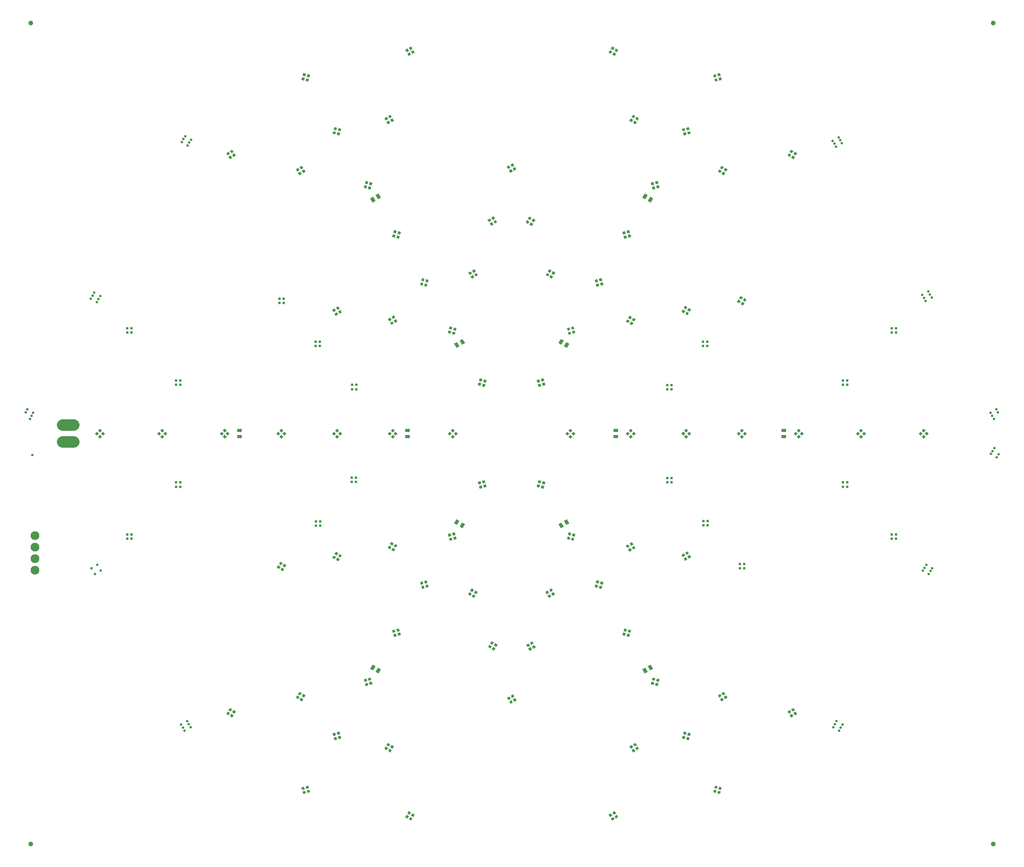
<source format=gbr>
G04 EAGLE Gerber RS-274X export*
G75*
%MOMM*%
%FSLAX34Y34*%
%LPD*%
%INSoldermask Bottom*%
%IPPOS*%
%AMOC8*
5,1,8,0,0,1.08239X$1,22.5*%
G01*
%ADD10C,0.550800*%
%ADD11C,2.550800*%
%ADD12C,1.050800*%
%ADD13R,1.050800X0.750800*%
%ADD14R,0.600800X0.600800*%
%ADD15R,0.600800X0.600800*%
%ADD16R,0.750800X1.050800*%
%ADD17C,1.930400*%


D10*
X1787835Y337590D03*
X1791585Y344085D03*
X1795335Y350580D03*
X1800825Y330090D03*
X1804575Y336585D03*
X1808325Y343080D03*
X1985335Y682590D03*
X1989085Y689085D03*
X1992835Y695580D03*
X1998325Y675090D03*
X2002075Y681585D03*
X2005825Y688080D03*
X352835Y1627590D03*
X356585Y1634085D03*
X360335Y1640580D03*
X365825Y1620090D03*
X369575Y1626585D03*
X373325Y1633080D03*
X152835Y1282590D03*
X156585Y1289085D03*
X160335Y1295580D03*
X165825Y1275090D03*
X169575Y1281585D03*
X173325Y1288080D03*
X174665Y682590D03*
X167165Y695580D03*
X161675Y675090D03*
X154175Y688080D03*
X372165Y337590D03*
X368415Y344085D03*
X364665Y350580D03*
X359175Y330090D03*
X355425Y336585D03*
X351675Y343080D03*
X2004665Y1285090D03*
X2000915Y1291585D03*
X1997165Y1298080D03*
X1991675Y1277590D03*
X1987925Y1284085D03*
X1984175Y1290580D03*
X1807165Y1625090D03*
X1803415Y1631585D03*
X1799665Y1638080D03*
X1794175Y1617590D03*
X1790425Y1624085D03*
X1786675Y1630580D03*
X2150915Y1031585D03*
X2147165Y1038080D03*
X2141675Y1017590D03*
X2137925Y1024085D03*
X2134175Y1030580D03*
X2135335Y940090D03*
X2139085Y946585D03*
X2142835Y953080D03*
X2148325Y932590D03*
X2152075Y939085D03*
X9085Y1031585D03*
X12835Y1038080D03*
X18325Y1017590D03*
X22075Y1024085D03*
X25825Y1030580D03*
X23325Y937590D03*
D11*
X90313Y966250D02*
X115313Y966250D01*
X115313Y1003750D02*
X90313Y1003750D01*
D12*
X20000Y80000D03*
X2140000Y80000D03*
X20000Y1890000D03*
X2140000Y1890000D03*
D13*
X850000Y992000D03*
X850000Y978000D03*
D14*
G36*
X939034Y985000D02*
X943282Y989248D01*
X947530Y985000D01*
X943282Y980752D01*
X939034Y985000D01*
G37*
G36*
X945752Y978283D02*
X950000Y982531D01*
X954248Y978283D01*
X950000Y974035D01*
X945752Y978283D01*
G37*
G36*
X952470Y985000D02*
X956718Y989248D01*
X960966Y985000D01*
X956718Y980752D01*
X952470Y985000D01*
G37*
G36*
X945752Y991718D02*
X950000Y995966D01*
X954248Y991718D01*
X950000Y987470D01*
X945752Y991718D01*
G37*
G36*
X806534Y985000D02*
X810782Y989248D01*
X815030Y985000D01*
X810782Y980752D01*
X806534Y985000D01*
G37*
G36*
X813252Y978282D02*
X817500Y982530D01*
X821748Y978282D01*
X817500Y974034D01*
X813252Y978282D01*
G37*
G36*
X819970Y985000D02*
X824218Y989248D01*
X828466Y985000D01*
X824218Y980752D01*
X819970Y985000D01*
G37*
G36*
X813252Y991718D02*
X817500Y995966D01*
X821748Y991718D01*
X817500Y987470D01*
X813252Y991718D01*
G37*
D15*
X727750Y1092250D03*
X727750Y1082750D03*
X737250Y1082750D03*
X737250Y1092250D03*
X647750Y1187250D03*
X647750Y1177750D03*
X657250Y1177750D03*
X657250Y1187250D03*
X577250Y1282250D03*
X567750Y1282250D03*
X567750Y1272750D03*
X577250Y1272750D03*
D14*
G36*
X705592Y1252162D02*
X700390Y1249158D01*
X697386Y1254360D01*
X702588Y1257364D01*
X705592Y1252162D01*
G37*
G36*
X700842Y1260390D02*
X695640Y1257386D01*
X692636Y1262588D01*
X697838Y1265592D01*
X700842Y1260390D01*
G37*
G36*
X692614Y1255640D02*
X687412Y1252636D01*
X684408Y1257838D01*
X689610Y1260842D01*
X692614Y1255640D01*
G37*
G36*
X697364Y1247412D02*
X692162Y1244408D01*
X689158Y1249610D01*
X694360Y1252614D01*
X697364Y1247412D01*
G37*
D13*
X480000Y992000D03*
X480000Y978000D03*
D14*
G36*
X828092Y1232162D02*
X822890Y1229158D01*
X819886Y1234360D01*
X825088Y1237364D01*
X828092Y1232162D01*
G37*
G36*
X823342Y1240390D02*
X818140Y1237386D01*
X815136Y1242588D01*
X820338Y1245592D01*
X823342Y1240390D01*
G37*
G36*
X815114Y1235640D02*
X809912Y1232636D01*
X806908Y1237838D01*
X812110Y1240842D01*
X815114Y1235640D01*
G37*
G36*
X819864Y1227412D02*
X814662Y1224408D01*
X811658Y1229610D01*
X816860Y1232614D01*
X819864Y1227412D01*
G37*
G36*
X684035Y985000D02*
X688283Y989248D01*
X692531Y985000D01*
X688283Y980752D01*
X684035Y985000D01*
G37*
G36*
X690752Y978282D02*
X695000Y982530D01*
X699248Y978282D01*
X695000Y974034D01*
X690752Y978282D01*
G37*
G36*
X697470Y985000D02*
X701718Y989248D01*
X705966Y985000D01*
X701718Y980752D01*
X697470Y985000D01*
G37*
G36*
X690752Y991718D02*
X695000Y995966D01*
X699248Y991718D01*
X695000Y987470D01*
X690752Y991718D01*
G37*
G36*
X561534Y985000D02*
X565782Y989248D01*
X570030Y985000D01*
X565782Y980752D01*
X561534Y985000D01*
G37*
G36*
X568252Y978282D02*
X572500Y982530D01*
X576748Y978282D01*
X572500Y974034D01*
X568252Y978282D01*
G37*
G36*
X574970Y985000D02*
X579218Y989248D01*
X583466Y985000D01*
X579218Y980752D01*
X574970Y985000D01*
G37*
G36*
X568252Y991718D02*
X572500Y995966D01*
X576748Y991718D01*
X572500Y987470D01*
X568252Y991718D01*
G37*
G36*
X436535Y985000D02*
X440783Y989248D01*
X445031Y985000D01*
X440783Y980752D01*
X436535Y985000D01*
G37*
G36*
X443252Y978282D02*
X447500Y982530D01*
X451748Y978282D01*
X447500Y974034D01*
X443252Y978282D01*
G37*
G36*
X449970Y985000D02*
X454218Y989248D01*
X458466Y985000D01*
X454218Y980752D01*
X449970Y985000D01*
G37*
G36*
X443252Y991718D02*
X447500Y995966D01*
X451748Y991718D01*
X447500Y987470D01*
X443252Y991718D01*
G37*
D15*
X340250Y1102250D03*
X340250Y1092750D03*
X349750Y1092750D03*
X349750Y1102250D03*
X232750Y1217250D03*
X232750Y1207750D03*
X242250Y1207750D03*
X242250Y1217250D03*
X340250Y867750D03*
X349750Y867750D03*
X349750Y877250D03*
X340250Y877250D03*
X232750Y752750D03*
X242250Y752750D03*
X242250Y762250D03*
X232750Y762250D03*
D14*
G36*
X299035Y985000D02*
X303283Y989248D01*
X307531Y985000D01*
X303283Y980752D01*
X299035Y985000D01*
G37*
G36*
X305752Y978282D02*
X310000Y982530D01*
X314248Y978282D01*
X310000Y974034D01*
X305752Y978282D01*
G37*
G36*
X312470Y985000D02*
X316718Y989248D01*
X320966Y985000D01*
X316718Y980752D01*
X312470Y985000D01*
G37*
G36*
X305752Y991718D02*
X310000Y995966D01*
X314248Y991718D01*
X310000Y987470D01*
X305752Y991718D01*
G37*
G36*
X161534Y985000D02*
X165782Y989248D01*
X170030Y985000D01*
X165782Y980752D01*
X161534Y985000D01*
G37*
G36*
X168252Y978282D02*
X172500Y982530D01*
X176748Y978282D01*
X172500Y974034D01*
X168252Y978282D01*
G37*
G36*
X174970Y985000D02*
X179218Y989248D01*
X183466Y985000D01*
X179218Y980752D01*
X174970Y985000D01*
G37*
G36*
X168252Y991717D02*
X172500Y995965D01*
X176748Y991717D01*
X172500Y987469D01*
X168252Y991717D01*
G37*
D16*
G36*
X958137Y796048D02*
X964639Y792294D01*
X959385Y783194D01*
X952883Y786948D01*
X958137Y796048D01*
G37*
G36*
X970261Y789048D02*
X976763Y785294D01*
X971509Y776194D01*
X965007Y779948D01*
X970261Y789048D01*
G37*
D14*
G36*
X1009340Y863227D02*
X1007785Y869030D01*
X1013588Y870585D01*
X1015143Y864782D01*
X1009340Y863227D01*
G37*
G36*
X1018517Y865686D02*
X1016962Y871489D01*
X1022765Y873044D01*
X1024320Y867241D01*
X1018517Y865686D01*
G37*
G36*
X1016058Y874862D02*
X1014503Y880665D01*
X1020306Y882220D01*
X1021861Y876417D01*
X1016058Y874862D01*
G37*
G36*
X1006881Y872403D02*
X1005326Y878206D01*
X1011129Y879761D01*
X1012684Y873958D01*
X1006881Y872403D01*
G37*
G36*
X943090Y748478D02*
X941535Y754281D01*
X947338Y755836D01*
X948893Y750033D01*
X943090Y748478D01*
G37*
G36*
X952267Y750937D02*
X950712Y756740D01*
X956515Y758295D01*
X958070Y752492D01*
X952267Y750937D01*
G37*
G36*
X949808Y760113D02*
X948253Y765916D01*
X954056Y767471D01*
X955611Y761668D01*
X949808Y760113D01*
G37*
G36*
X940631Y757655D02*
X939076Y763458D01*
X944879Y765013D01*
X946434Y759210D01*
X940631Y757655D01*
G37*
G36*
X806714Y732775D02*
X809718Y737977D01*
X814920Y734973D01*
X811916Y729771D01*
X806714Y732775D01*
G37*
G36*
X814941Y728025D02*
X817945Y733227D01*
X823147Y730223D01*
X820143Y725021D01*
X814941Y728025D01*
G37*
G36*
X819691Y736252D02*
X822695Y741454D01*
X827897Y738450D01*
X824893Y733248D01*
X819691Y736252D01*
G37*
G36*
X811464Y741002D02*
X814468Y746204D01*
X819670Y743200D01*
X816666Y737998D01*
X811464Y741002D01*
G37*
G36*
X684441Y710993D02*
X687445Y716195D01*
X692647Y713191D01*
X689643Y707989D01*
X684441Y710993D01*
G37*
G36*
X692669Y706243D02*
X695673Y711445D01*
X700875Y708441D01*
X697871Y703239D01*
X692669Y706243D01*
G37*
G36*
X697419Y714470D02*
X700423Y719672D01*
X705625Y716668D01*
X702621Y711466D01*
X697419Y714470D01*
G37*
G36*
X689191Y719220D02*
X692195Y724422D01*
X697397Y721418D01*
X694393Y716216D01*
X689191Y719220D01*
G37*
G36*
X569923Y702640D02*
X575125Y699636D01*
X572121Y694434D01*
X566919Y697438D01*
X569923Y702640D01*
G37*
G36*
X565173Y694413D02*
X570375Y691409D01*
X567371Y686207D01*
X562169Y689211D01*
X565173Y694413D01*
G37*
G36*
X573400Y689663D02*
X578602Y686659D01*
X575598Y681457D01*
X570396Y684461D01*
X573400Y689663D01*
G37*
G36*
X578150Y697890D02*
X583352Y694886D01*
X580348Y689684D01*
X575146Y692688D01*
X578150Y697890D01*
G37*
D15*
X658246Y791637D03*
X648746Y791637D03*
X648746Y782137D03*
X658246Y782137D03*
D16*
G36*
X773137Y475618D02*
X779639Y471864D01*
X774385Y462764D01*
X767883Y466518D01*
X773137Y475618D01*
G37*
G36*
X785261Y468618D02*
X791763Y464864D01*
X786509Y455764D01*
X780007Y459518D01*
X785261Y468618D01*
G37*
D15*
X736817Y887725D03*
X727317Y887725D03*
X727317Y878225D03*
X736817Y878225D03*
D14*
G36*
X881840Y642390D02*
X880285Y648193D01*
X886088Y649748D01*
X887643Y643945D01*
X881840Y642390D01*
G37*
G36*
X891017Y644849D02*
X889462Y650652D01*
X895265Y652207D01*
X896820Y646404D01*
X891017Y644849D01*
G37*
G36*
X888558Y654025D02*
X887003Y659828D01*
X892806Y661383D01*
X894361Y655580D01*
X888558Y654025D01*
G37*
G36*
X879381Y651567D02*
X877826Y657370D01*
X883629Y658925D01*
X885184Y653122D01*
X879381Y651567D01*
G37*
G36*
X820590Y536302D02*
X819035Y542105D01*
X824838Y543660D01*
X826393Y537857D01*
X820590Y536302D01*
G37*
G36*
X829767Y538761D02*
X828212Y544564D01*
X834015Y546119D01*
X835570Y540316D01*
X829767Y538761D01*
G37*
G36*
X827308Y547937D02*
X825753Y553740D01*
X831556Y555295D01*
X833111Y549492D01*
X827308Y547937D01*
G37*
G36*
X818131Y545478D02*
X816576Y551281D01*
X822379Y552836D01*
X823934Y547033D01*
X818131Y545478D01*
G37*
G36*
X758090Y428049D02*
X756535Y433852D01*
X762338Y435407D01*
X763893Y429604D01*
X758090Y428049D01*
G37*
G36*
X767267Y430508D02*
X765712Y436311D01*
X771515Y437866D01*
X773070Y432063D01*
X767267Y430508D01*
G37*
G36*
X764808Y439684D02*
X763253Y445487D01*
X769056Y447042D01*
X770611Y441239D01*
X764808Y439684D01*
G37*
G36*
X755631Y437225D02*
X754076Y443028D01*
X759879Y444583D01*
X761434Y438780D01*
X755631Y437225D01*
G37*
G36*
X604304Y402190D02*
X607308Y407392D01*
X612510Y404388D01*
X609506Y399186D01*
X604304Y402190D01*
G37*
G36*
X612531Y397440D02*
X615535Y402642D01*
X620737Y399638D01*
X617733Y394436D01*
X612531Y397440D01*
G37*
G36*
X617281Y405668D02*
X620285Y410870D01*
X625487Y407866D01*
X622483Y402664D01*
X617281Y405668D01*
G37*
G36*
X609054Y410418D02*
X612058Y415620D01*
X617260Y412616D01*
X614256Y407414D01*
X609054Y410418D01*
G37*
G36*
X450961Y366593D02*
X453965Y371795D01*
X459167Y368791D01*
X456163Y363589D01*
X450961Y366593D01*
G37*
G36*
X459188Y361843D02*
X462192Y367045D01*
X467394Y364041D01*
X464390Y358839D01*
X459188Y361843D01*
G37*
G36*
X463938Y370070D02*
X466942Y375272D01*
X472144Y372268D01*
X469140Y367066D01*
X463938Y370070D01*
G37*
G36*
X455711Y374820D02*
X458715Y380022D01*
X463917Y377018D01*
X460913Y371816D01*
X455711Y374820D01*
G37*
G36*
X812588Y281936D02*
X807386Y284940D01*
X810390Y290142D01*
X815592Y287138D01*
X812588Y281936D01*
G37*
G36*
X817338Y290164D02*
X812136Y293168D01*
X815140Y298370D01*
X820342Y295366D01*
X817338Y290164D01*
G37*
G36*
X809111Y294914D02*
X803909Y297918D01*
X806913Y303120D01*
X812115Y300116D01*
X809111Y294914D01*
G37*
G36*
X804361Y286686D02*
X799159Y289690D01*
X802163Y294892D01*
X807365Y291888D01*
X804361Y286686D01*
G37*
G36*
X858431Y131339D02*
X853229Y134343D01*
X856233Y139545D01*
X861435Y136541D01*
X858431Y131339D01*
G37*
G36*
X863181Y139566D02*
X857979Y142570D01*
X860983Y147772D01*
X866185Y144768D01*
X863181Y139566D01*
G37*
G36*
X854954Y144316D02*
X849752Y147320D01*
X852756Y152522D01*
X857958Y149518D01*
X854954Y144316D01*
G37*
G36*
X850204Y136089D02*
X845002Y139093D01*
X848006Y144295D01*
X853208Y141291D01*
X850204Y136089D01*
G37*
G36*
X689340Y308971D02*
X687785Y314774D01*
X693588Y316329D01*
X695143Y310526D01*
X689340Y308971D01*
G37*
G36*
X698517Y311429D02*
X696962Y317232D01*
X702765Y318787D01*
X704320Y312984D01*
X698517Y311429D01*
G37*
G36*
X696058Y320606D02*
X694503Y326409D01*
X700306Y327964D01*
X701861Y322161D01*
X696058Y320606D01*
G37*
G36*
X686881Y318147D02*
X685326Y323950D01*
X691129Y325505D01*
X692684Y319702D01*
X686881Y318147D01*
G37*
G36*
X620590Y189892D02*
X619035Y195695D01*
X624838Y197250D01*
X626393Y191447D01*
X620590Y189892D01*
G37*
G36*
X629767Y192351D02*
X628212Y198154D01*
X634015Y199709D01*
X635570Y193906D01*
X629767Y192351D01*
G37*
G36*
X627308Y201527D02*
X625753Y207330D01*
X631556Y208885D01*
X633111Y203082D01*
X627308Y201527D01*
G37*
G36*
X618131Y199068D02*
X616576Y204871D01*
X622379Y206426D01*
X623934Y200623D01*
X618131Y199068D01*
G37*
D16*
G36*
X1182529Y785294D02*
X1189031Y789048D01*
X1194285Y779948D01*
X1187783Y776194D01*
X1182529Y785294D01*
G37*
G36*
X1194653Y792294D02*
X1201155Y796048D01*
X1206409Y786948D01*
X1199907Y783194D01*
X1194653Y792294D01*
G37*
D14*
G36*
X1149952Y863227D02*
X1144149Y864782D01*
X1145704Y870585D01*
X1151507Y869030D01*
X1149952Y863227D01*
G37*
G36*
X1152411Y872403D02*
X1146608Y873958D01*
X1148163Y879761D01*
X1153966Y878206D01*
X1152411Y872403D01*
G37*
G36*
X1143234Y874862D02*
X1137431Y876417D01*
X1138986Y882220D01*
X1144789Y880665D01*
X1143234Y874862D01*
G37*
G36*
X1140775Y865686D02*
X1134972Y867241D01*
X1136527Y873044D01*
X1142330Y871489D01*
X1140775Y865686D01*
G37*
G36*
X1216202Y748478D02*
X1210399Y750033D01*
X1211954Y755836D01*
X1217757Y754281D01*
X1216202Y748478D01*
G37*
G36*
X1218661Y757655D02*
X1212858Y759210D01*
X1214413Y765013D01*
X1220216Y763458D01*
X1218661Y757655D01*
G37*
G36*
X1209484Y760113D02*
X1203681Y761668D01*
X1205236Y767471D01*
X1211039Y765916D01*
X1209484Y760113D01*
G37*
G36*
X1207025Y750937D02*
X1201222Y752492D01*
X1202777Y758295D01*
X1208580Y756740D01*
X1207025Y750937D01*
G37*
G36*
X1161614Y622521D02*
X1158610Y627723D01*
X1163812Y630727D01*
X1166816Y625525D01*
X1161614Y622521D01*
G37*
G36*
X1169841Y627271D02*
X1166837Y632473D01*
X1172039Y635477D01*
X1175043Y630275D01*
X1169841Y627271D01*
G37*
G36*
X1165091Y635498D02*
X1162087Y640700D01*
X1167289Y643704D01*
X1170293Y638502D01*
X1165091Y635498D01*
G37*
G36*
X1156864Y630748D02*
X1153860Y635950D01*
X1159062Y638954D01*
X1162066Y633752D01*
X1156864Y630748D01*
G37*
G36*
X1119341Y505739D02*
X1116337Y510941D01*
X1121539Y513945D01*
X1124543Y508743D01*
X1119341Y505739D01*
G37*
G36*
X1127569Y510489D02*
X1124565Y515691D01*
X1129767Y518695D01*
X1132771Y513493D01*
X1127569Y510489D01*
G37*
G36*
X1122819Y518716D02*
X1119815Y523918D01*
X1125017Y526922D01*
X1128021Y521720D01*
X1122819Y518716D01*
G37*
G36*
X1114591Y513966D02*
X1111587Y519168D01*
X1116789Y522172D01*
X1119793Y516970D01*
X1114591Y513966D01*
G37*
G36*
X1069315Y402386D02*
X1074517Y405390D01*
X1077521Y400188D01*
X1072319Y397184D01*
X1069315Y402386D01*
G37*
G36*
X1074065Y394159D02*
X1079267Y397163D01*
X1082271Y391961D01*
X1077069Y388957D01*
X1074065Y394159D01*
G37*
G36*
X1082292Y398909D02*
X1087494Y401913D01*
X1090498Y396711D01*
X1085296Y393707D01*
X1082292Y398909D01*
G37*
G36*
X1077542Y407136D02*
X1082744Y410140D01*
X1085748Y404938D01*
X1080546Y401934D01*
X1077542Y407136D01*
G37*
G36*
X1035305Y527478D02*
X1040507Y524474D01*
X1037503Y519272D01*
X1032301Y522276D01*
X1035305Y527478D01*
G37*
G36*
X1030555Y519251D02*
X1035757Y516247D01*
X1032753Y511045D01*
X1027551Y514049D01*
X1030555Y519251D01*
G37*
G36*
X1038782Y514501D02*
X1043984Y511497D01*
X1040980Y506295D01*
X1035778Y509299D01*
X1038782Y514501D01*
G37*
G36*
X1043532Y522728D02*
X1048734Y519724D01*
X1045730Y514522D01*
X1040528Y517526D01*
X1043532Y522728D01*
G37*
D16*
G36*
X1367529Y464864D02*
X1374031Y468618D01*
X1379285Y459518D01*
X1372783Y455764D01*
X1367529Y464864D01*
G37*
G36*
X1379653Y471864D02*
X1386155Y475618D01*
X1391409Y466518D01*
X1384907Y462764D01*
X1379653Y471864D01*
G37*
D14*
G36*
X991375Y643567D02*
X996577Y640563D01*
X993573Y635361D01*
X988371Y638365D01*
X991375Y643567D01*
G37*
G36*
X986625Y635339D02*
X991827Y632335D01*
X988823Y627133D01*
X983621Y630137D01*
X986625Y635339D01*
G37*
G36*
X994852Y630589D02*
X1000054Y627585D01*
X997050Y622383D01*
X991848Y625387D01*
X994852Y630589D01*
G37*
G36*
X999602Y638817D02*
X1004804Y635813D01*
X1001800Y630611D01*
X996598Y633615D01*
X999602Y638817D01*
G37*
G36*
X1277452Y642390D02*
X1271649Y643945D01*
X1273204Y649748D01*
X1279007Y648193D01*
X1277452Y642390D01*
G37*
G36*
X1279911Y651567D02*
X1274108Y653122D01*
X1275663Y658925D01*
X1281466Y657370D01*
X1279911Y651567D01*
G37*
G36*
X1270734Y654025D02*
X1264931Y655580D01*
X1266486Y661383D01*
X1272289Y659828D01*
X1270734Y654025D01*
G37*
G36*
X1268275Y644849D02*
X1262472Y646404D01*
X1264027Y652207D01*
X1269830Y650652D01*
X1268275Y644849D01*
G37*
G36*
X1338702Y536302D02*
X1332899Y537857D01*
X1334454Y543660D01*
X1340257Y542105D01*
X1338702Y536302D01*
G37*
G36*
X1341161Y545478D02*
X1335358Y547033D01*
X1336913Y552836D01*
X1342716Y551281D01*
X1341161Y545478D01*
G37*
G36*
X1331984Y547937D02*
X1326181Y549492D01*
X1327736Y555295D01*
X1333539Y553740D01*
X1331984Y547937D01*
G37*
G36*
X1329525Y538761D02*
X1323722Y540316D01*
X1325277Y546119D01*
X1331080Y544564D01*
X1329525Y538761D01*
G37*
G36*
X1401202Y428049D02*
X1395399Y429604D01*
X1396954Y435407D01*
X1402757Y433852D01*
X1401202Y428049D01*
G37*
G36*
X1403661Y437225D02*
X1397858Y438780D01*
X1399413Y444583D01*
X1405216Y443028D01*
X1403661Y437225D01*
G37*
G36*
X1394484Y439684D02*
X1388681Y441239D01*
X1390236Y447042D01*
X1396039Y445487D01*
X1394484Y439684D01*
G37*
G36*
X1392025Y430508D02*
X1386222Y432063D01*
X1387777Y437866D01*
X1393580Y436311D01*
X1392025Y430508D01*
G37*
G36*
X1346704Y281936D02*
X1343700Y287138D01*
X1348902Y290142D01*
X1351906Y284940D01*
X1346704Y281936D01*
G37*
G36*
X1354931Y286686D02*
X1351927Y291888D01*
X1357129Y294892D01*
X1360133Y289690D01*
X1354931Y286686D01*
G37*
G36*
X1350181Y294914D02*
X1347177Y300116D01*
X1352379Y303120D01*
X1355383Y297918D01*
X1350181Y294914D01*
G37*
G36*
X1341954Y290164D02*
X1338950Y295366D01*
X1344152Y298370D01*
X1347156Y293168D01*
X1341954Y290164D01*
G37*
G36*
X1300861Y131339D02*
X1297857Y136541D01*
X1303059Y139545D01*
X1306063Y134343D01*
X1300861Y131339D01*
G37*
G36*
X1309088Y136089D02*
X1306084Y141291D01*
X1311286Y144295D01*
X1314290Y139093D01*
X1309088Y136089D01*
G37*
G36*
X1304338Y144316D02*
X1301334Y149518D01*
X1306536Y152522D01*
X1309540Y147320D01*
X1304338Y144316D01*
G37*
G36*
X1296111Y139566D02*
X1293107Y144768D01*
X1298309Y147772D01*
X1301313Y142570D01*
X1296111Y139566D01*
G37*
G36*
X1554988Y402190D02*
X1549786Y399186D01*
X1546782Y404388D01*
X1551984Y407392D01*
X1554988Y402190D01*
G37*
G36*
X1550238Y410418D02*
X1545036Y407414D01*
X1542032Y412616D01*
X1547234Y415620D01*
X1550238Y410418D01*
G37*
G36*
X1542011Y405668D02*
X1536809Y402664D01*
X1533805Y407866D01*
X1539007Y410870D01*
X1542011Y405668D01*
G37*
G36*
X1546761Y397440D02*
X1541559Y394436D01*
X1538555Y399638D01*
X1543757Y402642D01*
X1546761Y397440D01*
G37*
G36*
X1708331Y366593D02*
X1703129Y363589D01*
X1700125Y368791D01*
X1705327Y371795D01*
X1708331Y366593D01*
G37*
G36*
X1703581Y374820D02*
X1698379Y371816D01*
X1695375Y377018D01*
X1700577Y380022D01*
X1703581Y374820D01*
G37*
G36*
X1695354Y370070D02*
X1690152Y367066D01*
X1687148Y372268D01*
X1692350Y375272D01*
X1695354Y370070D01*
G37*
G36*
X1700104Y361843D02*
X1694902Y358839D01*
X1691898Y364041D01*
X1697100Y367045D01*
X1700104Y361843D01*
G37*
G36*
X1469952Y308971D02*
X1464149Y310526D01*
X1465704Y316329D01*
X1471507Y314774D01*
X1469952Y308971D01*
G37*
G36*
X1472411Y318147D02*
X1466608Y319702D01*
X1468163Y325505D01*
X1473966Y323950D01*
X1472411Y318147D01*
G37*
G36*
X1463234Y320606D02*
X1457431Y322161D01*
X1458986Y327964D01*
X1464789Y326409D01*
X1463234Y320606D01*
G37*
G36*
X1460775Y311429D02*
X1454972Y312984D01*
X1456527Y318787D01*
X1462330Y317232D01*
X1460775Y311429D01*
G37*
G36*
X1538702Y189892D02*
X1532899Y191447D01*
X1534454Y197250D01*
X1540257Y195695D01*
X1538702Y189892D01*
G37*
G36*
X1541161Y199068D02*
X1535358Y200623D01*
X1536913Y206426D01*
X1542716Y204871D01*
X1541161Y199068D01*
G37*
G36*
X1531984Y201527D02*
X1526181Y203082D01*
X1527736Y208885D01*
X1533539Y207330D01*
X1531984Y201527D01*
G37*
G36*
X1529525Y192351D02*
X1523722Y193906D01*
X1525277Y199709D01*
X1531080Y198154D01*
X1529525Y192351D01*
G37*
D13*
X1309292Y978000D03*
X1309292Y992000D03*
D14*
G36*
X1220258Y985000D02*
X1216010Y980752D01*
X1211762Y985000D01*
X1216010Y989248D01*
X1220258Y985000D01*
G37*
G36*
X1213540Y991718D02*
X1209292Y987470D01*
X1205044Y991718D01*
X1209292Y995966D01*
X1213540Y991718D01*
G37*
G36*
X1206822Y985000D02*
X1202574Y980752D01*
X1198326Y985000D01*
X1202574Y989248D01*
X1206822Y985000D01*
G37*
G36*
X1213540Y978282D02*
X1209292Y974034D01*
X1205044Y978282D01*
X1209292Y982530D01*
X1213540Y978282D01*
G37*
G36*
X1352758Y985000D02*
X1348510Y980752D01*
X1344262Y985000D01*
X1348510Y989248D01*
X1352758Y985000D01*
G37*
G36*
X1346040Y991718D02*
X1341792Y987470D01*
X1337544Y991718D01*
X1341792Y995966D01*
X1346040Y991718D01*
G37*
G36*
X1339322Y985000D02*
X1335074Y980752D01*
X1330826Y985000D01*
X1335074Y989248D01*
X1339322Y985000D01*
G37*
G36*
X1346040Y978282D02*
X1341792Y974034D01*
X1337544Y978282D01*
X1341792Y982530D01*
X1346040Y978282D01*
G37*
D15*
X1431542Y877750D03*
X1431542Y887250D03*
X1422042Y887250D03*
X1422042Y877750D03*
X1511542Y782750D03*
X1511542Y792250D03*
X1502042Y792250D03*
X1502042Y782750D03*
X1582042Y687750D03*
X1591542Y687750D03*
X1591542Y697250D03*
X1582042Y697250D03*
D14*
G36*
X1453700Y717838D02*
X1458902Y720842D01*
X1461906Y715640D01*
X1456704Y712636D01*
X1453700Y717838D01*
G37*
G36*
X1458450Y709610D02*
X1463652Y712614D01*
X1466656Y707412D01*
X1461454Y704408D01*
X1458450Y709610D01*
G37*
G36*
X1466678Y714360D02*
X1471880Y717364D01*
X1474884Y712162D01*
X1469682Y709158D01*
X1466678Y714360D01*
G37*
G36*
X1461928Y722588D02*
X1467130Y725592D01*
X1470134Y720390D01*
X1464932Y717386D01*
X1461928Y722588D01*
G37*
D13*
X1679292Y978000D03*
X1679292Y992000D03*
D14*
G36*
X1331200Y737838D02*
X1336402Y740842D01*
X1339406Y735640D01*
X1334204Y732636D01*
X1331200Y737838D01*
G37*
G36*
X1335950Y729610D02*
X1341152Y732614D01*
X1344156Y727412D01*
X1338954Y724408D01*
X1335950Y729610D01*
G37*
G36*
X1344178Y734360D02*
X1349380Y737364D01*
X1352384Y732162D01*
X1347182Y729158D01*
X1344178Y734360D01*
G37*
G36*
X1339428Y742588D02*
X1344630Y745592D01*
X1347634Y740390D01*
X1342432Y737386D01*
X1339428Y742588D01*
G37*
G36*
X1475257Y985000D02*
X1471009Y980752D01*
X1466761Y985000D01*
X1471009Y989248D01*
X1475257Y985000D01*
G37*
G36*
X1468540Y991718D02*
X1464292Y987470D01*
X1460044Y991718D01*
X1464292Y995966D01*
X1468540Y991718D01*
G37*
G36*
X1461822Y985000D02*
X1457574Y980752D01*
X1453326Y985000D01*
X1457574Y989248D01*
X1461822Y985000D01*
G37*
G36*
X1468540Y978282D02*
X1464292Y974034D01*
X1460044Y978282D01*
X1464292Y982530D01*
X1468540Y978282D01*
G37*
G36*
X1597758Y985000D02*
X1593510Y980752D01*
X1589262Y985000D01*
X1593510Y989248D01*
X1597758Y985000D01*
G37*
G36*
X1591040Y991718D02*
X1586792Y987470D01*
X1582544Y991718D01*
X1586792Y995966D01*
X1591040Y991718D01*
G37*
G36*
X1584322Y985000D02*
X1580074Y980752D01*
X1575826Y985000D01*
X1580074Y989248D01*
X1584322Y985000D01*
G37*
G36*
X1591040Y978282D02*
X1586792Y974034D01*
X1582544Y978282D01*
X1586792Y982530D01*
X1591040Y978282D01*
G37*
G36*
X1722757Y985000D02*
X1718509Y980752D01*
X1714261Y985000D01*
X1718509Y989248D01*
X1722757Y985000D01*
G37*
G36*
X1716040Y991718D02*
X1711792Y987470D01*
X1707544Y991718D01*
X1711792Y995966D01*
X1716040Y991718D01*
G37*
G36*
X1709322Y985000D02*
X1705074Y980752D01*
X1700826Y985000D01*
X1705074Y989248D01*
X1709322Y985000D01*
G37*
G36*
X1716040Y978282D02*
X1711792Y974034D01*
X1707544Y978282D01*
X1711792Y982530D01*
X1716040Y978282D01*
G37*
D15*
X1819042Y867750D03*
X1819042Y877250D03*
X1809542Y877250D03*
X1809542Y867750D03*
X1926542Y752750D03*
X1926542Y762250D03*
X1917042Y762250D03*
X1917042Y752750D03*
X1819042Y1102250D03*
X1809542Y1102250D03*
X1809542Y1092750D03*
X1819042Y1092750D03*
X1926542Y1217250D03*
X1917042Y1217250D03*
X1917042Y1207750D03*
X1926542Y1207750D03*
D14*
G36*
X1860257Y985000D02*
X1856009Y980752D01*
X1851761Y985000D01*
X1856009Y989248D01*
X1860257Y985000D01*
G37*
G36*
X1853540Y991718D02*
X1849292Y987470D01*
X1845044Y991718D01*
X1849292Y995966D01*
X1853540Y991718D01*
G37*
G36*
X1846822Y985000D02*
X1842574Y980752D01*
X1838326Y985000D01*
X1842574Y989248D01*
X1846822Y985000D01*
G37*
G36*
X1853540Y978282D02*
X1849292Y974034D01*
X1845044Y978282D01*
X1849292Y982530D01*
X1853540Y978282D01*
G37*
G36*
X1997758Y985000D02*
X1993510Y980752D01*
X1989262Y985000D01*
X1993510Y989248D01*
X1997758Y985000D01*
G37*
G36*
X1991040Y991718D02*
X1986792Y987470D01*
X1982544Y991718D01*
X1986792Y995966D01*
X1991040Y991718D01*
G37*
G36*
X1984323Y985000D02*
X1980075Y980752D01*
X1975827Y985000D01*
X1980075Y989248D01*
X1984323Y985000D01*
G37*
G36*
X1991040Y978283D02*
X1986792Y974035D01*
X1982544Y978283D01*
X1986792Y982531D01*
X1991040Y978283D01*
G37*
D16*
G36*
X1201155Y1173952D02*
X1194653Y1177706D01*
X1199907Y1186806D01*
X1206409Y1183052D01*
X1201155Y1173952D01*
G37*
G36*
X1189031Y1180952D02*
X1182529Y1184706D01*
X1187783Y1193806D01*
X1194285Y1190052D01*
X1189031Y1180952D01*
G37*
D14*
G36*
X1149952Y1106773D02*
X1151507Y1100970D01*
X1145704Y1099415D01*
X1144149Y1105218D01*
X1149952Y1106773D01*
G37*
G36*
X1140775Y1104314D02*
X1142330Y1098511D01*
X1136527Y1096956D01*
X1134972Y1102759D01*
X1140775Y1104314D01*
G37*
G36*
X1143234Y1095138D02*
X1144789Y1089335D01*
X1138986Y1087780D01*
X1137431Y1093583D01*
X1143234Y1095138D01*
G37*
G36*
X1152411Y1097597D02*
X1153966Y1091794D01*
X1148163Y1090239D01*
X1146608Y1096042D01*
X1152411Y1097597D01*
G37*
G36*
X1216202Y1221522D02*
X1217757Y1215719D01*
X1211954Y1214164D01*
X1210399Y1219967D01*
X1216202Y1221522D01*
G37*
G36*
X1207025Y1219063D02*
X1208580Y1213260D01*
X1202777Y1211705D01*
X1201222Y1217508D01*
X1207025Y1219063D01*
G37*
G36*
X1209484Y1209887D02*
X1211039Y1204084D01*
X1205236Y1202529D01*
X1203681Y1208332D01*
X1209484Y1209887D01*
G37*
G36*
X1218661Y1212345D02*
X1220216Y1206542D01*
X1214413Y1204987D01*
X1212858Y1210790D01*
X1218661Y1212345D01*
G37*
G36*
X1352578Y1237225D02*
X1349574Y1232023D01*
X1344372Y1235027D01*
X1347376Y1240229D01*
X1352578Y1237225D01*
G37*
G36*
X1344351Y1241975D02*
X1341347Y1236773D01*
X1336145Y1239777D01*
X1339149Y1244979D01*
X1344351Y1241975D01*
G37*
G36*
X1339601Y1233748D02*
X1336597Y1228546D01*
X1331395Y1231550D01*
X1334399Y1236752D01*
X1339601Y1233748D01*
G37*
G36*
X1347828Y1228998D02*
X1344824Y1223796D01*
X1339622Y1226800D01*
X1342626Y1232002D01*
X1347828Y1228998D01*
G37*
G36*
X1474851Y1259007D02*
X1471847Y1253805D01*
X1466645Y1256809D01*
X1469649Y1262011D01*
X1474851Y1259007D01*
G37*
G36*
X1466623Y1263757D02*
X1463619Y1258555D01*
X1458417Y1261559D01*
X1461421Y1266761D01*
X1466623Y1263757D01*
G37*
G36*
X1461873Y1255530D02*
X1458869Y1250328D01*
X1453667Y1253332D01*
X1456671Y1258534D01*
X1461873Y1255530D01*
G37*
G36*
X1470101Y1250780D02*
X1467097Y1245578D01*
X1461895Y1248582D01*
X1464899Y1253784D01*
X1470101Y1250780D01*
G37*
G36*
X1589369Y1267360D02*
X1584167Y1270364D01*
X1587171Y1275566D01*
X1592373Y1272562D01*
X1589369Y1267360D01*
G37*
G36*
X1594119Y1275587D02*
X1588917Y1278591D01*
X1591921Y1283793D01*
X1597123Y1280789D01*
X1594119Y1275587D01*
G37*
G36*
X1585892Y1280337D02*
X1580690Y1283341D01*
X1583694Y1288543D01*
X1588896Y1285539D01*
X1585892Y1280337D01*
G37*
G36*
X1581142Y1272110D02*
X1575940Y1275114D01*
X1578944Y1280316D01*
X1584146Y1277312D01*
X1581142Y1272110D01*
G37*
D15*
X1501046Y1178363D03*
X1510546Y1178363D03*
X1510546Y1187863D03*
X1501046Y1187863D03*
D16*
G36*
X1386155Y1494382D02*
X1379653Y1498136D01*
X1384907Y1507236D01*
X1391409Y1503482D01*
X1386155Y1494382D01*
G37*
G36*
X1374031Y1501382D02*
X1367529Y1505136D01*
X1372783Y1514236D01*
X1379285Y1510482D01*
X1374031Y1501382D01*
G37*
D15*
X1422475Y1082275D03*
X1431975Y1082275D03*
X1431975Y1091775D03*
X1422475Y1091775D03*
D14*
G36*
X1277452Y1327610D02*
X1279007Y1321807D01*
X1273204Y1320252D01*
X1271649Y1326055D01*
X1277452Y1327610D01*
G37*
G36*
X1268275Y1325151D02*
X1269830Y1319348D01*
X1264027Y1317793D01*
X1262472Y1323596D01*
X1268275Y1325151D01*
G37*
G36*
X1270734Y1315975D02*
X1272289Y1310172D01*
X1266486Y1308617D01*
X1264931Y1314420D01*
X1270734Y1315975D01*
G37*
G36*
X1279911Y1318433D02*
X1281466Y1312630D01*
X1275663Y1311075D01*
X1274108Y1316878D01*
X1279911Y1318433D01*
G37*
G36*
X1338702Y1433698D02*
X1340257Y1427895D01*
X1334454Y1426340D01*
X1332899Y1432143D01*
X1338702Y1433698D01*
G37*
G36*
X1329525Y1431239D02*
X1331080Y1425436D01*
X1325277Y1423881D01*
X1323722Y1429684D01*
X1329525Y1431239D01*
G37*
G36*
X1331984Y1422063D02*
X1333539Y1416260D01*
X1327736Y1414705D01*
X1326181Y1420508D01*
X1331984Y1422063D01*
G37*
G36*
X1341161Y1424522D02*
X1342716Y1418719D01*
X1336913Y1417164D01*
X1335358Y1422967D01*
X1341161Y1424522D01*
G37*
G36*
X1401202Y1541951D02*
X1402757Y1536148D01*
X1396954Y1534593D01*
X1395399Y1540396D01*
X1401202Y1541951D01*
G37*
G36*
X1392025Y1539492D02*
X1393580Y1533689D01*
X1387777Y1532134D01*
X1386222Y1537937D01*
X1392025Y1539492D01*
G37*
G36*
X1394484Y1530316D02*
X1396039Y1524513D01*
X1390236Y1522958D01*
X1388681Y1528761D01*
X1394484Y1530316D01*
G37*
G36*
X1403661Y1532775D02*
X1405216Y1526972D01*
X1399413Y1525417D01*
X1397858Y1531220D01*
X1403661Y1532775D01*
G37*
G36*
X1554988Y1567810D02*
X1551984Y1562608D01*
X1546782Y1565612D01*
X1549786Y1570814D01*
X1554988Y1567810D01*
G37*
G36*
X1546761Y1572560D02*
X1543757Y1567358D01*
X1538555Y1570362D01*
X1541559Y1575564D01*
X1546761Y1572560D01*
G37*
G36*
X1542011Y1564332D02*
X1539007Y1559130D01*
X1533805Y1562134D01*
X1536809Y1567336D01*
X1542011Y1564332D01*
G37*
G36*
X1550238Y1559582D02*
X1547234Y1554380D01*
X1542032Y1557384D01*
X1545036Y1562586D01*
X1550238Y1559582D01*
G37*
G36*
X1708331Y1603407D02*
X1705327Y1598205D01*
X1700125Y1601209D01*
X1703129Y1606411D01*
X1708331Y1603407D01*
G37*
G36*
X1700104Y1608157D02*
X1697100Y1602955D01*
X1691898Y1605959D01*
X1694902Y1611161D01*
X1700104Y1608157D01*
G37*
G36*
X1695354Y1599930D02*
X1692350Y1594728D01*
X1687148Y1597732D01*
X1690152Y1602934D01*
X1695354Y1599930D01*
G37*
G36*
X1703581Y1595180D02*
X1700577Y1589978D01*
X1695375Y1592982D01*
X1698379Y1598184D01*
X1703581Y1595180D01*
G37*
G36*
X1346704Y1688064D02*
X1351906Y1685060D01*
X1348902Y1679858D01*
X1343700Y1682862D01*
X1346704Y1688064D01*
G37*
G36*
X1341954Y1679836D02*
X1347156Y1676832D01*
X1344152Y1671630D01*
X1338950Y1674634D01*
X1341954Y1679836D01*
G37*
G36*
X1350181Y1675086D02*
X1355383Y1672082D01*
X1352379Y1666880D01*
X1347177Y1669884D01*
X1350181Y1675086D01*
G37*
G36*
X1354931Y1683314D02*
X1360133Y1680310D01*
X1357129Y1675108D01*
X1351927Y1678112D01*
X1354931Y1683314D01*
G37*
G36*
X1300861Y1838661D02*
X1306063Y1835657D01*
X1303059Y1830455D01*
X1297857Y1833459D01*
X1300861Y1838661D01*
G37*
G36*
X1296111Y1830434D02*
X1301313Y1827430D01*
X1298309Y1822228D01*
X1293107Y1825232D01*
X1296111Y1830434D01*
G37*
G36*
X1304338Y1825684D02*
X1309540Y1822680D01*
X1306536Y1817478D01*
X1301334Y1820482D01*
X1304338Y1825684D01*
G37*
G36*
X1309088Y1833911D02*
X1314290Y1830907D01*
X1311286Y1825705D01*
X1306084Y1828709D01*
X1309088Y1833911D01*
G37*
G36*
X1469952Y1661030D02*
X1471507Y1655227D01*
X1465704Y1653672D01*
X1464149Y1659475D01*
X1469952Y1661030D01*
G37*
G36*
X1460775Y1658571D02*
X1462330Y1652768D01*
X1456527Y1651213D01*
X1454972Y1657016D01*
X1460775Y1658571D01*
G37*
G36*
X1463234Y1649394D02*
X1464789Y1643591D01*
X1458986Y1642036D01*
X1457431Y1647839D01*
X1463234Y1649394D01*
G37*
G36*
X1472411Y1651853D02*
X1473966Y1646050D01*
X1468163Y1644495D01*
X1466608Y1650298D01*
X1472411Y1651853D01*
G37*
G36*
X1538702Y1780108D02*
X1540257Y1774305D01*
X1534454Y1772750D01*
X1532899Y1778553D01*
X1538702Y1780108D01*
G37*
G36*
X1529525Y1777649D02*
X1531080Y1771846D01*
X1525277Y1770291D01*
X1523722Y1776094D01*
X1529525Y1777649D01*
G37*
G36*
X1531984Y1768473D02*
X1533539Y1762670D01*
X1527736Y1761115D01*
X1526181Y1766918D01*
X1531984Y1768473D01*
G37*
G36*
X1541161Y1770932D02*
X1542716Y1765129D01*
X1536913Y1763574D01*
X1535358Y1769377D01*
X1541161Y1770932D01*
G37*
D16*
G36*
X976763Y1184706D02*
X970261Y1180952D01*
X965007Y1190052D01*
X971509Y1193806D01*
X976763Y1184706D01*
G37*
G36*
X964639Y1177706D02*
X958137Y1173952D01*
X952883Y1183052D01*
X959385Y1186806D01*
X964639Y1177706D01*
G37*
D14*
G36*
X1009340Y1106773D02*
X1015143Y1105218D01*
X1013588Y1099415D01*
X1007785Y1100970D01*
X1009340Y1106773D01*
G37*
G36*
X1006881Y1097597D02*
X1012684Y1096042D01*
X1011129Y1090239D01*
X1005326Y1091794D01*
X1006881Y1097597D01*
G37*
G36*
X1016058Y1095138D02*
X1021861Y1093583D01*
X1020306Y1087780D01*
X1014503Y1089335D01*
X1016058Y1095138D01*
G37*
G36*
X1018517Y1104314D02*
X1024320Y1102759D01*
X1022765Y1096956D01*
X1016962Y1098511D01*
X1018517Y1104314D01*
G37*
G36*
X943090Y1221522D02*
X948893Y1219967D01*
X947338Y1214164D01*
X941535Y1215719D01*
X943090Y1221522D01*
G37*
G36*
X940631Y1212345D02*
X946434Y1210790D01*
X944879Y1204987D01*
X939076Y1206542D01*
X940631Y1212345D01*
G37*
G36*
X949808Y1209887D02*
X955611Y1208332D01*
X954056Y1202529D01*
X948253Y1204084D01*
X949808Y1209887D01*
G37*
G36*
X952267Y1219063D02*
X958070Y1217508D01*
X956515Y1211705D01*
X950712Y1213260D01*
X952267Y1219063D01*
G37*
G36*
X997678Y1347479D02*
X1000682Y1342277D01*
X995480Y1339273D01*
X992476Y1344475D01*
X997678Y1347479D01*
G37*
G36*
X989451Y1342729D02*
X992455Y1337527D01*
X987253Y1334523D01*
X984249Y1339725D01*
X989451Y1342729D01*
G37*
G36*
X994201Y1334502D02*
X997205Y1329300D01*
X992003Y1326296D01*
X988999Y1331498D01*
X994201Y1334502D01*
G37*
G36*
X1002428Y1339252D02*
X1005432Y1334050D01*
X1000230Y1331046D01*
X997226Y1336248D01*
X1002428Y1339252D01*
G37*
G36*
X1039951Y1464261D02*
X1042955Y1459059D01*
X1037753Y1456055D01*
X1034749Y1461257D01*
X1039951Y1464261D01*
G37*
G36*
X1031723Y1459511D02*
X1034727Y1454309D01*
X1029525Y1451305D01*
X1026521Y1456507D01*
X1031723Y1459511D01*
G37*
G36*
X1036473Y1451284D02*
X1039477Y1446082D01*
X1034275Y1443078D01*
X1031271Y1448280D01*
X1036473Y1451284D01*
G37*
G36*
X1044701Y1456034D02*
X1047705Y1450832D01*
X1042503Y1447828D01*
X1039499Y1453030D01*
X1044701Y1456034D01*
G37*
G36*
X1089977Y1567614D02*
X1084775Y1564610D01*
X1081771Y1569812D01*
X1086973Y1572816D01*
X1089977Y1567614D01*
G37*
G36*
X1085227Y1575841D02*
X1080025Y1572837D01*
X1077021Y1578039D01*
X1082223Y1581043D01*
X1085227Y1575841D01*
G37*
G36*
X1077000Y1571091D02*
X1071798Y1568087D01*
X1068794Y1573289D01*
X1073996Y1576293D01*
X1077000Y1571091D01*
G37*
G36*
X1081750Y1562864D02*
X1076548Y1559860D01*
X1073544Y1565062D01*
X1078746Y1568066D01*
X1081750Y1562864D01*
G37*
G36*
X1123987Y1442522D02*
X1118785Y1445526D01*
X1121789Y1450728D01*
X1126991Y1447724D01*
X1123987Y1442522D01*
G37*
G36*
X1128737Y1450749D02*
X1123535Y1453753D01*
X1126539Y1458955D01*
X1131741Y1455951D01*
X1128737Y1450749D01*
G37*
G36*
X1120510Y1455499D02*
X1115308Y1458503D01*
X1118312Y1463705D01*
X1123514Y1460701D01*
X1120510Y1455499D01*
G37*
G36*
X1115760Y1447272D02*
X1110558Y1450276D01*
X1113562Y1455478D01*
X1118764Y1452474D01*
X1115760Y1447272D01*
G37*
D16*
G36*
X791763Y1505136D02*
X785261Y1501382D01*
X780007Y1510482D01*
X786509Y1514236D01*
X791763Y1505136D01*
G37*
G36*
X779639Y1498136D02*
X773137Y1494382D01*
X767883Y1503482D01*
X774385Y1507236D01*
X779639Y1498136D01*
G37*
D14*
G36*
X1167917Y1326433D02*
X1162715Y1329437D01*
X1165719Y1334639D01*
X1170921Y1331635D01*
X1167917Y1326433D01*
G37*
G36*
X1172667Y1334661D02*
X1167465Y1337665D01*
X1170469Y1342867D01*
X1175671Y1339863D01*
X1172667Y1334661D01*
G37*
G36*
X1164440Y1339411D02*
X1159238Y1342415D01*
X1162242Y1347617D01*
X1167444Y1344613D01*
X1164440Y1339411D01*
G37*
G36*
X1159690Y1331183D02*
X1154488Y1334187D01*
X1157492Y1339389D01*
X1162694Y1336385D01*
X1159690Y1331183D01*
G37*
G36*
X881840Y1327610D02*
X887643Y1326055D01*
X886088Y1320252D01*
X880285Y1321807D01*
X881840Y1327610D01*
G37*
G36*
X879381Y1318433D02*
X885184Y1316878D01*
X883629Y1311075D01*
X877826Y1312630D01*
X879381Y1318433D01*
G37*
G36*
X888558Y1315975D02*
X894361Y1314420D01*
X892806Y1308617D01*
X887003Y1310172D01*
X888558Y1315975D01*
G37*
G36*
X891017Y1325151D02*
X896820Y1323596D01*
X895265Y1317793D01*
X889462Y1319348D01*
X891017Y1325151D01*
G37*
G36*
X820590Y1433698D02*
X826393Y1432143D01*
X824838Y1426340D01*
X819035Y1427895D01*
X820590Y1433698D01*
G37*
G36*
X818131Y1424522D02*
X823934Y1422967D01*
X822379Y1417164D01*
X816576Y1418719D01*
X818131Y1424522D01*
G37*
G36*
X827308Y1422063D02*
X833111Y1420508D01*
X831556Y1414705D01*
X825753Y1416260D01*
X827308Y1422063D01*
G37*
G36*
X829767Y1431239D02*
X835570Y1429684D01*
X834015Y1423881D01*
X828212Y1425436D01*
X829767Y1431239D01*
G37*
G36*
X758090Y1541951D02*
X763893Y1540396D01*
X762338Y1534593D01*
X756535Y1536148D01*
X758090Y1541951D01*
G37*
G36*
X755631Y1532775D02*
X761434Y1531220D01*
X759879Y1525417D01*
X754076Y1526972D01*
X755631Y1532775D01*
G37*
G36*
X764808Y1530316D02*
X770611Y1528761D01*
X769056Y1522958D01*
X763253Y1524513D01*
X764808Y1530316D01*
G37*
G36*
X767267Y1539492D02*
X773070Y1537937D01*
X771515Y1532134D01*
X765712Y1533689D01*
X767267Y1539492D01*
G37*
G36*
X812588Y1688064D02*
X815592Y1682862D01*
X810390Y1679858D01*
X807386Y1685060D01*
X812588Y1688064D01*
G37*
G36*
X804361Y1683314D02*
X807365Y1678112D01*
X802163Y1675108D01*
X799159Y1680310D01*
X804361Y1683314D01*
G37*
G36*
X809111Y1675086D02*
X812115Y1669884D01*
X806913Y1666880D01*
X803909Y1672082D01*
X809111Y1675086D01*
G37*
G36*
X817338Y1679836D02*
X820342Y1674634D01*
X815140Y1671630D01*
X812136Y1676832D01*
X817338Y1679836D01*
G37*
G36*
X858431Y1838661D02*
X861435Y1833459D01*
X856233Y1830455D01*
X853229Y1835657D01*
X858431Y1838661D01*
G37*
G36*
X850204Y1833911D02*
X853208Y1828709D01*
X848006Y1825705D01*
X845002Y1830907D01*
X850204Y1833911D01*
G37*
G36*
X854954Y1825684D02*
X857958Y1820482D01*
X852756Y1817478D01*
X849752Y1822680D01*
X854954Y1825684D01*
G37*
G36*
X863181Y1830434D02*
X866185Y1825232D01*
X860983Y1822228D01*
X857979Y1827430D01*
X863181Y1830434D01*
G37*
G36*
X604304Y1567810D02*
X609506Y1570814D01*
X612510Y1565612D01*
X607308Y1562608D01*
X604304Y1567810D01*
G37*
G36*
X609054Y1559582D02*
X614256Y1562586D01*
X617260Y1557384D01*
X612058Y1554380D01*
X609054Y1559582D01*
G37*
G36*
X617281Y1564332D02*
X622483Y1567336D01*
X625487Y1562134D01*
X620285Y1559130D01*
X617281Y1564332D01*
G37*
G36*
X612531Y1572560D02*
X617733Y1575564D01*
X620737Y1570362D01*
X615535Y1567358D01*
X612531Y1572560D01*
G37*
G36*
X450961Y1603407D02*
X456163Y1606411D01*
X459167Y1601209D01*
X453965Y1598205D01*
X450961Y1603407D01*
G37*
G36*
X455711Y1595180D02*
X460913Y1598184D01*
X463917Y1592982D01*
X458715Y1589978D01*
X455711Y1595180D01*
G37*
G36*
X463938Y1599930D02*
X469140Y1602934D01*
X472144Y1597732D01*
X466942Y1594728D01*
X463938Y1599930D01*
G37*
G36*
X459188Y1608157D02*
X464390Y1611161D01*
X467394Y1605959D01*
X462192Y1602955D01*
X459188Y1608157D01*
G37*
G36*
X689340Y1661030D02*
X695143Y1659475D01*
X693588Y1653672D01*
X687785Y1655227D01*
X689340Y1661030D01*
G37*
G36*
X686881Y1651853D02*
X692684Y1650298D01*
X691129Y1644495D01*
X685326Y1646050D01*
X686881Y1651853D01*
G37*
G36*
X696058Y1649394D02*
X701861Y1647839D01*
X700306Y1642036D01*
X694503Y1643591D01*
X696058Y1649394D01*
G37*
G36*
X698517Y1658571D02*
X704320Y1657016D01*
X702765Y1651213D01*
X696962Y1652768D01*
X698517Y1658571D01*
G37*
G36*
X620590Y1780108D02*
X626393Y1778553D01*
X624838Y1772750D01*
X619035Y1774305D01*
X620590Y1780108D01*
G37*
G36*
X618131Y1770932D02*
X623934Y1769377D01*
X622379Y1763574D01*
X616576Y1765129D01*
X618131Y1770932D01*
G37*
G36*
X627308Y1768473D02*
X633111Y1766918D01*
X631556Y1761115D01*
X625753Y1762670D01*
X627308Y1768473D01*
G37*
G36*
X629767Y1777649D02*
X635570Y1776094D01*
X634015Y1770291D01*
X628212Y1771846D01*
X629767Y1777649D01*
G37*
D17*
X30000Y760000D03*
X30000Y734600D03*
X30000Y709200D03*
X30000Y683800D03*
M02*

</source>
